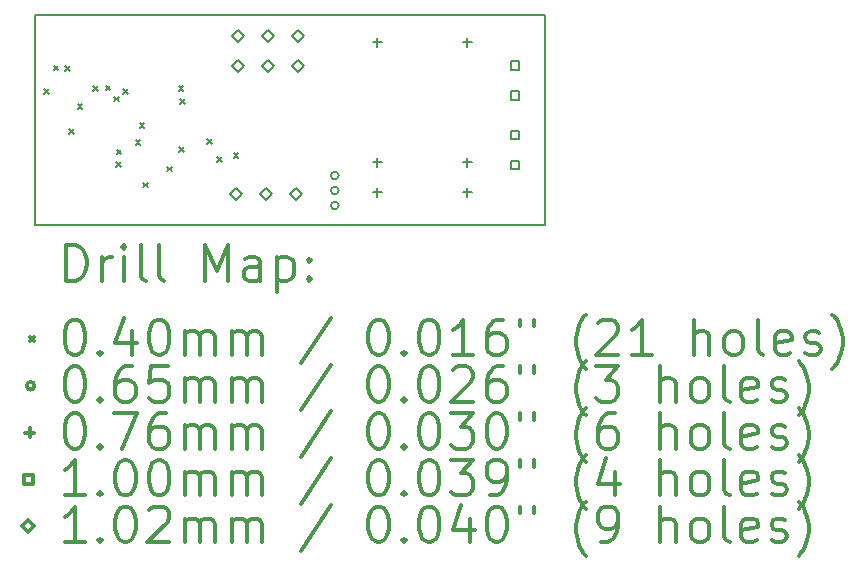
<source format=gbr>
%FSLAX45Y45*%
G04 Gerber Fmt 4.5, Leading zero omitted, Abs format (unit mm)*
G04 Created by KiCad (PCBNEW 4.0.2+dfsg1-stable) date 2017年12月22日 星期五 14时15分11秒*
%MOMM*%
G01*
G04 APERTURE LIST*
%ADD10C,0.127000*%
%ADD11C,0.150000*%
%ADD12C,0.200000*%
%ADD13C,0.300000*%
G04 APERTURE END LIST*
D10*
D11*
X12691110Y-9611360D02*
X12691110Y-11389360D01*
X12691110Y-11389360D02*
X17009110Y-11389360D01*
X17009110Y-11389360D02*
X17009110Y-9611360D01*
X17009110Y-9611360D02*
X12691110Y-9611360D01*
D12*
X12765344Y-10239568D02*
X12805344Y-10279568D01*
X12805344Y-10239568D02*
X12765344Y-10279568D01*
X12846624Y-10041448D02*
X12886624Y-10081448D01*
X12886624Y-10041448D02*
X12846624Y-10081448D01*
X12946192Y-10047544D02*
X12986192Y-10087544D01*
X12986192Y-10047544D02*
X12946192Y-10087544D01*
X12980736Y-10580436D02*
X13020736Y-10620436D01*
X13020736Y-10580436D02*
X12980736Y-10620436D01*
X13050332Y-10368092D02*
X13090332Y-10408092D01*
X13090332Y-10368092D02*
X13050332Y-10408092D01*
X13183936Y-10218232D02*
X13223936Y-10258232D01*
X13223936Y-10218232D02*
X13183936Y-10258232D01*
X13286044Y-10212136D02*
X13326044Y-10252136D01*
X13326044Y-10212136D02*
X13286044Y-10252136D01*
X13359196Y-10303576D02*
X13399196Y-10343576D01*
X13399196Y-10303576D02*
X13359196Y-10343576D01*
X13377484Y-10859836D02*
X13417484Y-10899836D01*
X13417484Y-10859836D02*
X13377484Y-10899836D01*
X13380024Y-10753664D02*
X13420024Y-10793664D01*
X13420024Y-10753664D02*
X13380024Y-10793664D01*
X13433872Y-10241600D02*
X13473872Y-10281600D01*
X13473872Y-10241600D02*
X13433872Y-10281600D01*
X13542076Y-10675432D02*
X13582076Y-10715432D01*
X13582076Y-10675432D02*
X13542076Y-10715432D01*
X13574080Y-10527604D02*
X13614080Y-10567604D01*
X13614080Y-10527604D02*
X13574080Y-10567604D01*
X13606592Y-11033064D02*
X13646592Y-11073064D01*
X13646592Y-11033064D02*
X13606592Y-11073064D01*
X13809792Y-10897936D02*
X13849792Y-10937936D01*
X13849792Y-10897936D02*
X13809792Y-10937936D01*
X13905296Y-10214676D02*
X13945296Y-10254676D01*
X13945296Y-10214676D02*
X13905296Y-10254676D01*
X13911392Y-10729280D02*
X13951392Y-10769280D01*
X13951392Y-10729280D02*
X13911392Y-10769280D01*
X13919520Y-10323388D02*
X13959520Y-10363388D01*
X13959520Y-10323388D02*
X13919520Y-10363388D01*
X14145072Y-10662224D02*
X14185072Y-10702224D01*
X14185072Y-10662224D02*
X14145072Y-10702224D01*
X14230416Y-10816656D02*
X14270416Y-10856656D01*
X14270416Y-10816656D02*
X14230416Y-10856656D01*
X14370624Y-10784652D02*
X14410624Y-10824652D01*
X14410624Y-10784652D02*
X14370624Y-10824652D01*
X15259800Y-10972800D02*
G75*
G03X15259800Y-10972800I-32500J0D01*
G01*
X15259800Y-11099800D02*
G75*
G03X15259800Y-11099800I-32500J0D01*
G01*
X15259800Y-11226800D02*
G75*
G03X15259800Y-11226800I-32500J0D01*
G01*
X15588488Y-9806432D02*
X15588488Y-9882632D01*
X15550388Y-9844532D02*
X15626588Y-9844532D01*
X15588488Y-10822432D02*
X15588488Y-10898632D01*
X15550388Y-10860532D02*
X15626588Y-10860532D01*
X15588488Y-11076432D02*
X15588488Y-11152632D01*
X15550388Y-11114532D02*
X15626588Y-11114532D01*
X16350488Y-9806432D02*
X16350488Y-9882632D01*
X16312388Y-9844532D02*
X16388588Y-9844532D01*
X16350488Y-10822432D02*
X16350488Y-10898632D01*
X16312388Y-10860532D02*
X16388588Y-10860532D01*
X16350488Y-11076432D02*
X16350488Y-11152632D01*
X16312388Y-11114532D02*
X16388588Y-11114532D01*
X16788180Y-10076992D02*
X16788180Y-10006280D01*
X16717468Y-10006280D01*
X16717468Y-10076992D01*
X16788180Y-10076992D01*
X16788180Y-10330992D02*
X16788180Y-10260280D01*
X16717468Y-10260280D01*
X16717468Y-10330992D01*
X16788180Y-10330992D01*
X16788180Y-10663732D02*
X16788180Y-10593020D01*
X16717468Y-10593020D01*
X16717468Y-10663732D01*
X16788180Y-10663732D01*
X16788180Y-10917732D02*
X16788180Y-10847020D01*
X16717468Y-10847020D01*
X16717468Y-10917732D01*
X16788180Y-10917732D01*
X14389100Y-11176000D02*
X14439900Y-11125200D01*
X14389100Y-11074400D01*
X14338300Y-11125200D01*
X14389100Y-11176000D01*
X14406372Y-9842500D02*
X14457172Y-9791700D01*
X14406372Y-9740900D01*
X14355572Y-9791700D01*
X14406372Y-9842500D01*
X14406372Y-10096500D02*
X14457172Y-10045700D01*
X14406372Y-9994900D01*
X14355572Y-10045700D01*
X14406372Y-10096500D01*
X14643100Y-11176000D02*
X14693900Y-11125200D01*
X14643100Y-11074400D01*
X14592300Y-11125200D01*
X14643100Y-11176000D01*
X14660372Y-9842500D02*
X14711172Y-9791700D01*
X14660372Y-9740900D01*
X14609572Y-9791700D01*
X14660372Y-9842500D01*
X14660372Y-10096500D02*
X14711172Y-10045700D01*
X14660372Y-9994900D01*
X14609572Y-10045700D01*
X14660372Y-10096500D01*
X14897100Y-11176000D02*
X14947900Y-11125200D01*
X14897100Y-11074400D01*
X14846300Y-11125200D01*
X14897100Y-11176000D01*
X14914372Y-9842500D02*
X14965172Y-9791700D01*
X14914372Y-9740900D01*
X14863572Y-9791700D01*
X14914372Y-9842500D01*
X14914372Y-10096500D02*
X14965172Y-10045700D01*
X14914372Y-9994900D01*
X14863572Y-10045700D01*
X14914372Y-10096500D01*
D13*
X12955038Y-11862574D02*
X12955038Y-11562574D01*
X13026467Y-11562574D01*
X13069324Y-11576860D01*
X13097896Y-11605431D01*
X13112181Y-11634003D01*
X13126467Y-11691146D01*
X13126467Y-11734003D01*
X13112181Y-11791146D01*
X13097896Y-11819717D01*
X13069324Y-11848289D01*
X13026467Y-11862574D01*
X12955038Y-11862574D01*
X13255038Y-11862574D02*
X13255038Y-11662574D01*
X13255038Y-11719717D02*
X13269324Y-11691146D01*
X13283610Y-11676860D01*
X13312181Y-11662574D01*
X13340753Y-11662574D01*
X13440753Y-11862574D02*
X13440753Y-11662574D01*
X13440753Y-11562574D02*
X13426467Y-11576860D01*
X13440753Y-11591146D01*
X13455038Y-11576860D01*
X13440753Y-11562574D01*
X13440753Y-11591146D01*
X13626467Y-11862574D02*
X13597896Y-11848289D01*
X13583610Y-11819717D01*
X13583610Y-11562574D01*
X13783610Y-11862574D02*
X13755038Y-11848289D01*
X13740753Y-11819717D01*
X13740753Y-11562574D01*
X14126467Y-11862574D02*
X14126467Y-11562574D01*
X14226467Y-11776860D01*
X14326467Y-11562574D01*
X14326467Y-11862574D01*
X14597896Y-11862574D02*
X14597896Y-11705431D01*
X14583610Y-11676860D01*
X14555038Y-11662574D01*
X14497896Y-11662574D01*
X14469324Y-11676860D01*
X14597896Y-11848289D02*
X14569324Y-11862574D01*
X14497896Y-11862574D01*
X14469324Y-11848289D01*
X14455038Y-11819717D01*
X14455038Y-11791146D01*
X14469324Y-11762574D01*
X14497896Y-11748289D01*
X14569324Y-11748289D01*
X14597896Y-11734003D01*
X14740753Y-11662574D02*
X14740753Y-11962574D01*
X14740753Y-11676860D02*
X14769324Y-11662574D01*
X14826467Y-11662574D01*
X14855038Y-11676860D01*
X14869324Y-11691146D01*
X14883610Y-11719717D01*
X14883610Y-11805431D01*
X14869324Y-11834003D01*
X14855038Y-11848289D01*
X14826467Y-11862574D01*
X14769324Y-11862574D01*
X14740753Y-11848289D01*
X15012181Y-11834003D02*
X15026467Y-11848289D01*
X15012181Y-11862574D01*
X14997896Y-11848289D01*
X15012181Y-11834003D01*
X15012181Y-11862574D01*
X15012181Y-11676860D02*
X15026467Y-11691146D01*
X15012181Y-11705431D01*
X14997896Y-11691146D01*
X15012181Y-11676860D01*
X15012181Y-11705431D01*
X12643610Y-12336860D02*
X12683610Y-12376860D01*
X12683610Y-12336860D02*
X12643610Y-12376860D01*
X13012181Y-12192574D02*
X13040753Y-12192574D01*
X13069324Y-12206860D01*
X13083610Y-12221146D01*
X13097896Y-12249717D01*
X13112181Y-12306860D01*
X13112181Y-12378289D01*
X13097896Y-12435431D01*
X13083610Y-12464003D01*
X13069324Y-12478289D01*
X13040753Y-12492574D01*
X13012181Y-12492574D01*
X12983610Y-12478289D01*
X12969324Y-12464003D01*
X12955038Y-12435431D01*
X12940753Y-12378289D01*
X12940753Y-12306860D01*
X12955038Y-12249717D01*
X12969324Y-12221146D01*
X12983610Y-12206860D01*
X13012181Y-12192574D01*
X13240753Y-12464003D02*
X13255038Y-12478289D01*
X13240753Y-12492574D01*
X13226467Y-12478289D01*
X13240753Y-12464003D01*
X13240753Y-12492574D01*
X13512181Y-12292574D02*
X13512181Y-12492574D01*
X13440753Y-12178289D02*
X13369324Y-12392574D01*
X13555038Y-12392574D01*
X13726467Y-12192574D02*
X13755038Y-12192574D01*
X13783610Y-12206860D01*
X13797896Y-12221146D01*
X13812181Y-12249717D01*
X13826467Y-12306860D01*
X13826467Y-12378289D01*
X13812181Y-12435431D01*
X13797896Y-12464003D01*
X13783610Y-12478289D01*
X13755038Y-12492574D01*
X13726467Y-12492574D01*
X13697896Y-12478289D01*
X13683610Y-12464003D01*
X13669324Y-12435431D01*
X13655038Y-12378289D01*
X13655038Y-12306860D01*
X13669324Y-12249717D01*
X13683610Y-12221146D01*
X13697896Y-12206860D01*
X13726467Y-12192574D01*
X13955038Y-12492574D02*
X13955038Y-12292574D01*
X13955038Y-12321146D02*
X13969324Y-12306860D01*
X13997896Y-12292574D01*
X14040753Y-12292574D01*
X14069324Y-12306860D01*
X14083610Y-12335431D01*
X14083610Y-12492574D01*
X14083610Y-12335431D02*
X14097896Y-12306860D01*
X14126467Y-12292574D01*
X14169324Y-12292574D01*
X14197896Y-12306860D01*
X14212181Y-12335431D01*
X14212181Y-12492574D01*
X14355038Y-12492574D02*
X14355038Y-12292574D01*
X14355038Y-12321146D02*
X14369324Y-12306860D01*
X14397896Y-12292574D01*
X14440753Y-12292574D01*
X14469324Y-12306860D01*
X14483610Y-12335431D01*
X14483610Y-12492574D01*
X14483610Y-12335431D02*
X14497896Y-12306860D01*
X14526467Y-12292574D01*
X14569324Y-12292574D01*
X14597896Y-12306860D01*
X14612181Y-12335431D01*
X14612181Y-12492574D01*
X15197896Y-12178289D02*
X14940753Y-12564003D01*
X15583610Y-12192574D02*
X15612181Y-12192574D01*
X15640753Y-12206860D01*
X15655038Y-12221146D01*
X15669324Y-12249717D01*
X15683610Y-12306860D01*
X15683610Y-12378289D01*
X15669324Y-12435431D01*
X15655038Y-12464003D01*
X15640753Y-12478289D01*
X15612181Y-12492574D01*
X15583610Y-12492574D01*
X15555038Y-12478289D01*
X15540753Y-12464003D01*
X15526467Y-12435431D01*
X15512181Y-12378289D01*
X15512181Y-12306860D01*
X15526467Y-12249717D01*
X15540753Y-12221146D01*
X15555038Y-12206860D01*
X15583610Y-12192574D01*
X15812181Y-12464003D02*
X15826467Y-12478289D01*
X15812181Y-12492574D01*
X15797896Y-12478289D01*
X15812181Y-12464003D01*
X15812181Y-12492574D01*
X16012181Y-12192574D02*
X16040753Y-12192574D01*
X16069324Y-12206860D01*
X16083610Y-12221146D01*
X16097895Y-12249717D01*
X16112181Y-12306860D01*
X16112181Y-12378289D01*
X16097895Y-12435431D01*
X16083610Y-12464003D01*
X16069324Y-12478289D01*
X16040753Y-12492574D01*
X16012181Y-12492574D01*
X15983610Y-12478289D01*
X15969324Y-12464003D01*
X15955038Y-12435431D01*
X15940753Y-12378289D01*
X15940753Y-12306860D01*
X15955038Y-12249717D01*
X15969324Y-12221146D01*
X15983610Y-12206860D01*
X16012181Y-12192574D01*
X16397895Y-12492574D02*
X16226467Y-12492574D01*
X16312181Y-12492574D02*
X16312181Y-12192574D01*
X16283610Y-12235431D01*
X16255038Y-12264003D01*
X16226467Y-12278289D01*
X16655038Y-12192574D02*
X16597895Y-12192574D01*
X16569324Y-12206860D01*
X16555038Y-12221146D01*
X16526467Y-12264003D01*
X16512181Y-12321146D01*
X16512181Y-12435431D01*
X16526467Y-12464003D01*
X16540753Y-12478289D01*
X16569324Y-12492574D01*
X16626467Y-12492574D01*
X16655038Y-12478289D01*
X16669324Y-12464003D01*
X16683610Y-12435431D01*
X16683610Y-12364003D01*
X16669324Y-12335431D01*
X16655038Y-12321146D01*
X16626467Y-12306860D01*
X16569324Y-12306860D01*
X16540753Y-12321146D01*
X16526467Y-12335431D01*
X16512181Y-12364003D01*
X16797896Y-12192574D02*
X16797896Y-12249717D01*
X16912181Y-12192574D02*
X16912181Y-12249717D01*
X17355038Y-12606860D02*
X17340753Y-12592574D01*
X17312181Y-12549717D01*
X17297896Y-12521146D01*
X17283610Y-12478289D01*
X17269324Y-12406860D01*
X17269324Y-12349717D01*
X17283610Y-12278289D01*
X17297896Y-12235431D01*
X17312181Y-12206860D01*
X17340753Y-12164003D01*
X17355038Y-12149717D01*
X17455038Y-12221146D02*
X17469324Y-12206860D01*
X17497896Y-12192574D01*
X17569324Y-12192574D01*
X17597896Y-12206860D01*
X17612181Y-12221146D01*
X17626467Y-12249717D01*
X17626467Y-12278289D01*
X17612181Y-12321146D01*
X17440753Y-12492574D01*
X17626467Y-12492574D01*
X17912181Y-12492574D02*
X17740753Y-12492574D01*
X17826467Y-12492574D02*
X17826467Y-12192574D01*
X17797896Y-12235431D01*
X17769324Y-12264003D01*
X17740753Y-12278289D01*
X18269324Y-12492574D02*
X18269324Y-12192574D01*
X18397896Y-12492574D02*
X18397896Y-12335431D01*
X18383610Y-12306860D01*
X18355038Y-12292574D01*
X18312181Y-12292574D01*
X18283610Y-12306860D01*
X18269324Y-12321146D01*
X18583610Y-12492574D02*
X18555038Y-12478289D01*
X18540753Y-12464003D01*
X18526467Y-12435431D01*
X18526467Y-12349717D01*
X18540753Y-12321146D01*
X18555038Y-12306860D01*
X18583610Y-12292574D01*
X18626467Y-12292574D01*
X18655038Y-12306860D01*
X18669324Y-12321146D01*
X18683610Y-12349717D01*
X18683610Y-12435431D01*
X18669324Y-12464003D01*
X18655038Y-12478289D01*
X18626467Y-12492574D01*
X18583610Y-12492574D01*
X18855038Y-12492574D02*
X18826467Y-12478289D01*
X18812181Y-12449717D01*
X18812181Y-12192574D01*
X19083610Y-12478289D02*
X19055039Y-12492574D01*
X18997896Y-12492574D01*
X18969324Y-12478289D01*
X18955039Y-12449717D01*
X18955039Y-12335431D01*
X18969324Y-12306860D01*
X18997896Y-12292574D01*
X19055039Y-12292574D01*
X19083610Y-12306860D01*
X19097896Y-12335431D01*
X19097896Y-12364003D01*
X18955039Y-12392574D01*
X19212181Y-12478289D02*
X19240753Y-12492574D01*
X19297896Y-12492574D01*
X19326467Y-12478289D01*
X19340753Y-12449717D01*
X19340753Y-12435431D01*
X19326467Y-12406860D01*
X19297896Y-12392574D01*
X19255039Y-12392574D01*
X19226467Y-12378289D01*
X19212181Y-12349717D01*
X19212181Y-12335431D01*
X19226467Y-12306860D01*
X19255039Y-12292574D01*
X19297896Y-12292574D01*
X19326467Y-12306860D01*
X19440753Y-12606860D02*
X19455039Y-12592574D01*
X19483610Y-12549717D01*
X19497896Y-12521146D01*
X19512181Y-12478289D01*
X19526467Y-12406860D01*
X19526467Y-12349717D01*
X19512181Y-12278289D01*
X19497896Y-12235431D01*
X19483610Y-12206860D01*
X19455039Y-12164003D01*
X19440753Y-12149717D01*
X12683610Y-12752860D02*
G75*
G03X12683610Y-12752860I-32500J0D01*
G01*
X13012181Y-12588574D02*
X13040753Y-12588574D01*
X13069324Y-12602860D01*
X13083610Y-12617146D01*
X13097896Y-12645717D01*
X13112181Y-12702860D01*
X13112181Y-12774289D01*
X13097896Y-12831431D01*
X13083610Y-12860003D01*
X13069324Y-12874289D01*
X13040753Y-12888574D01*
X13012181Y-12888574D01*
X12983610Y-12874289D01*
X12969324Y-12860003D01*
X12955038Y-12831431D01*
X12940753Y-12774289D01*
X12940753Y-12702860D01*
X12955038Y-12645717D01*
X12969324Y-12617146D01*
X12983610Y-12602860D01*
X13012181Y-12588574D01*
X13240753Y-12860003D02*
X13255038Y-12874289D01*
X13240753Y-12888574D01*
X13226467Y-12874289D01*
X13240753Y-12860003D01*
X13240753Y-12888574D01*
X13512181Y-12588574D02*
X13455038Y-12588574D01*
X13426467Y-12602860D01*
X13412181Y-12617146D01*
X13383610Y-12660003D01*
X13369324Y-12717146D01*
X13369324Y-12831431D01*
X13383610Y-12860003D01*
X13397896Y-12874289D01*
X13426467Y-12888574D01*
X13483610Y-12888574D01*
X13512181Y-12874289D01*
X13526467Y-12860003D01*
X13540753Y-12831431D01*
X13540753Y-12760003D01*
X13526467Y-12731431D01*
X13512181Y-12717146D01*
X13483610Y-12702860D01*
X13426467Y-12702860D01*
X13397896Y-12717146D01*
X13383610Y-12731431D01*
X13369324Y-12760003D01*
X13812181Y-12588574D02*
X13669324Y-12588574D01*
X13655038Y-12731431D01*
X13669324Y-12717146D01*
X13697896Y-12702860D01*
X13769324Y-12702860D01*
X13797896Y-12717146D01*
X13812181Y-12731431D01*
X13826467Y-12760003D01*
X13826467Y-12831431D01*
X13812181Y-12860003D01*
X13797896Y-12874289D01*
X13769324Y-12888574D01*
X13697896Y-12888574D01*
X13669324Y-12874289D01*
X13655038Y-12860003D01*
X13955038Y-12888574D02*
X13955038Y-12688574D01*
X13955038Y-12717146D02*
X13969324Y-12702860D01*
X13997896Y-12688574D01*
X14040753Y-12688574D01*
X14069324Y-12702860D01*
X14083610Y-12731431D01*
X14083610Y-12888574D01*
X14083610Y-12731431D02*
X14097896Y-12702860D01*
X14126467Y-12688574D01*
X14169324Y-12688574D01*
X14197896Y-12702860D01*
X14212181Y-12731431D01*
X14212181Y-12888574D01*
X14355038Y-12888574D02*
X14355038Y-12688574D01*
X14355038Y-12717146D02*
X14369324Y-12702860D01*
X14397896Y-12688574D01*
X14440753Y-12688574D01*
X14469324Y-12702860D01*
X14483610Y-12731431D01*
X14483610Y-12888574D01*
X14483610Y-12731431D02*
X14497896Y-12702860D01*
X14526467Y-12688574D01*
X14569324Y-12688574D01*
X14597896Y-12702860D01*
X14612181Y-12731431D01*
X14612181Y-12888574D01*
X15197896Y-12574289D02*
X14940753Y-12960003D01*
X15583610Y-12588574D02*
X15612181Y-12588574D01*
X15640753Y-12602860D01*
X15655038Y-12617146D01*
X15669324Y-12645717D01*
X15683610Y-12702860D01*
X15683610Y-12774289D01*
X15669324Y-12831431D01*
X15655038Y-12860003D01*
X15640753Y-12874289D01*
X15612181Y-12888574D01*
X15583610Y-12888574D01*
X15555038Y-12874289D01*
X15540753Y-12860003D01*
X15526467Y-12831431D01*
X15512181Y-12774289D01*
X15512181Y-12702860D01*
X15526467Y-12645717D01*
X15540753Y-12617146D01*
X15555038Y-12602860D01*
X15583610Y-12588574D01*
X15812181Y-12860003D02*
X15826467Y-12874289D01*
X15812181Y-12888574D01*
X15797896Y-12874289D01*
X15812181Y-12860003D01*
X15812181Y-12888574D01*
X16012181Y-12588574D02*
X16040753Y-12588574D01*
X16069324Y-12602860D01*
X16083610Y-12617146D01*
X16097895Y-12645717D01*
X16112181Y-12702860D01*
X16112181Y-12774289D01*
X16097895Y-12831431D01*
X16083610Y-12860003D01*
X16069324Y-12874289D01*
X16040753Y-12888574D01*
X16012181Y-12888574D01*
X15983610Y-12874289D01*
X15969324Y-12860003D01*
X15955038Y-12831431D01*
X15940753Y-12774289D01*
X15940753Y-12702860D01*
X15955038Y-12645717D01*
X15969324Y-12617146D01*
X15983610Y-12602860D01*
X16012181Y-12588574D01*
X16226467Y-12617146D02*
X16240753Y-12602860D01*
X16269324Y-12588574D01*
X16340753Y-12588574D01*
X16369324Y-12602860D01*
X16383610Y-12617146D01*
X16397895Y-12645717D01*
X16397895Y-12674289D01*
X16383610Y-12717146D01*
X16212181Y-12888574D01*
X16397895Y-12888574D01*
X16655038Y-12588574D02*
X16597895Y-12588574D01*
X16569324Y-12602860D01*
X16555038Y-12617146D01*
X16526467Y-12660003D01*
X16512181Y-12717146D01*
X16512181Y-12831431D01*
X16526467Y-12860003D01*
X16540753Y-12874289D01*
X16569324Y-12888574D01*
X16626467Y-12888574D01*
X16655038Y-12874289D01*
X16669324Y-12860003D01*
X16683610Y-12831431D01*
X16683610Y-12760003D01*
X16669324Y-12731431D01*
X16655038Y-12717146D01*
X16626467Y-12702860D01*
X16569324Y-12702860D01*
X16540753Y-12717146D01*
X16526467Y-12731431D01*
X16512181Y-12760003D01*
X16797896Y-12588574D02*
X16797896Y-12645717D01*
X16912181Y-12588574D02*
X16912181Y-12645717D01*
X17355038Y-13002860D02*
X17340753Y-12988574D01*
X17312181Y-12945717D01*
X17297896Y-12917146D01*
X17283610Y-12874289D01*
X17269324Y-12802860D01*
X17269324Y-12745717D01*
X17283610Y-12674289D01*
X17297896Y-12631431D01*
X17312181Y-12602860D01*
X17340753Y-12560003D01*
X17355038Y-12545717D01*
X17440753Y-12588574D02*
X17626467Y-12588574D01*
X17526467Y-12702860D01*
X17569324Y-12702860D01*
X17597896Y-12717146D01*
X17612181Y-12731431D01*
X17626467Y-12760003D01*
X17626467Y-12831431D01*
X17612181Y-12860003D01*
X17597896Y-12874289D01*
X17569324Y-12888574D01*
X17483610Y-12888574D01*
X17455038Y-12874289D01*
X17440753Y-12860003D01*
X17983610Y-12888574D02*
X17983610Y-12588574D01*
X18112181Y-12888574D02*
X18112181Y-12731431D01*
X18097896Y-12702860D01*
X18069324Y-12688574D01*
X18026467Y-12688574D01*
X17997896Y-12702860D01*
X17983610Y-12717146D01*
X18297896Y-12888574D02*
X18269324Y-12874289D01*
X18255038Y-12860003D01*
X18240753Y-12831431D01*
X18240753Y-12745717D01*
X18255038Y-12717146D01*
X18269324Y-12702860D01*
X18297896Y-12688574D01*
X18340753Y-12688574D01*
X18369324Y-12702860D01*
X18383610Y-12717146D01*
X18397896Y-12745717D01*
X18397896Y-12831431D01*
X18383610Y-12860003D01*
X18369324Y-12874289D01*
X18340753Y-12888574D01*
X18297896Y-12888574D01*
X18569324Y-12888574D02*
X18540753Y-12874289D01*
X18526467Y-12845717D01*
X18526467Y-12588574D01*
X18797896Y-12874289D02*
X18769324Y-12888574D01*
X18712181Y-12888574D01*
X18683610Y-12874289D01*
X18669324Y-12845717D01*
X18669324Y-12731431D01*
X18683610Y-12702860D01*
X18712181Y-12688574D01*
X18769324Y-12688574D01*
X18797896Y-12702860D01*
X18812181Y-12731431D01*
X18812181Y-12760003D01*
X18669324Y-12788574D01*
X18926467Y-12874289D02*
X18955039Y-12888574D01*
X19012181Y-12888574D01*
X19040753Y-12874289D01*
X19055039Y-12845717D01*
X19055039Y-12831431D01*
X19040753Y-12802860D01*
X19012181Y-12788574D01*
X18969324Y-12788574D01*
X18940753Y-12774289D01*
X18926467Y-12745717D01*
X18926467Y-12731431D01*
X18940753Y-12702860D01*
X18969324Y-12688574D01*
X19012181Y-12688574D01*
X19040753Y-12702860D01*
X19155038Y-13002860D02*
X19169324Y-12988574D01*
X19197896Y-12945717D01*
X19212181Y-12917146D01*
X19226467Y-12874289D01*
X19240753Y-12802860D01*
X19240753Y-12745717D01*
X19226467Y-12674289D01*
X19212181Y-12631431D01*
X19197896Y-12602860D01*
X19169324Y-12560003D01*
X19155038Y-12545717D01*
X12645510Y-13110760D02*
X12645510Y-13186960D01*
X12607410Y-13148860D02*
X12683610Y-13148860D01*
X13012181Y-12984574D02*
X13040753Y-12984574D01*
X13069324Y-12998860D01*
X13083610Y-13013146D01*
X13097896Y-13041717D01*
X13112181Y-13098860D01*
X13112181Y-13170289D01*
X13097896Y-13227431D01*
X13083610Y-13256003D01*
X13069324Y-13270289D01*
X13040753Y-13284574D01*
X13012181Y-13284574D01*
X12983610Y-13270289D01*
X12969324Y-13256003D01*
X12955038Y-13227431D01*
X12940753Y-13170289D01*
X12940753Y-13098860D01*
X12955038Y-13041717D01*
X12969324Y-13013146D01*
X12983610Y-12998860D01*
X13012181Y-12984574D01*
X13240753Y-13256003D02*
X13255038Y-13270289D01*
X13240753Y-13284574D01*
X13226467Y-13270289D01*
X13240753Y-13256003D01*
X13240753Y-13284574D01*
X13355038Y-12984574D02*
X13555038Y-12984574D01*
X13426467Y-13284574D01*
X13797896Y-12984574D02*
X13740753Y-12984574D01*
X13712181Y-12998860D01*
X13697896Y-13013146D01*
X13669324Y-13056003D01*
X13655038Y-13113146D01*
X13655038Y-13227431D01*
X13669324Y-13256003D01*
X13683610Y-13270289D01*
X13712181Y-13284574D01*
X13769324Y-13284574D01*
X13797896Y-13270289D01*
X13812181Y-13256003D01*
X13826467Y-13227431D01*
X13826467Y-13156003D01*
X13812181Y-13127431D01*
X13797896Y-13113146D01*
X13769324Y-13098860D01*
X13712181Y-13098860D01*
X13683610Y-13113146D01*
X13669324Y-13127431D01*
X13655038Y-13156003D01*
X13955038Y-13284574D02*
X13955038Y-13084574D01*
X13955038Y-13113146D02*
X13969324Y-13098860D01*
X13997896Y-13084574D01*
X14040753Y-13084574D01*
X14069324Y-13098860D01*
X14083610Y-13127431D01*
X14083610Y-13284574D01*
X14083610Y-13127431D02*
X14097896Y-13098860D01*
X14126467Y-13084574D01*
X14169324Y-13084574D01*
X14197896Y-13098860D01*
X14212181Y-13127431D01*
X14212181Y-13284574D01*
X14355038Y-13284574D02*
X14355038Y-13084574D01*
X14355038Y-13113146D02*
X14369324Y-13098860D01*
X14397896Y-13084574D01*
X14440753Y-13084574D01*
X14469324Y-13098860D01*
X14483610Y-13127431D01*
X14483610Y-13284574D01*
X14483610Y-13127431D02*
X14497896Y-13098860D01*
X14526467Y-13084574D01*
X14569324Y-13084574D01*
X14597896Y-13098860D01*
X14612181Y-13127431D01*
X14612181Y-13284574D01*
X15197896Y-12970289D02*
X14940753Y-13356003D01*
X15583610Y-12984574D02*
X15612181Y-12984574D01*
X15640753Y-12998860D01*
X15655038Y-13013146D01*
X15669324Y-13041717D01*
X15683610Y-13098860D01*
X15683610Y-13170289D01*
X15669324Y-13227431D01*
X15655038Y-13256003D01*
X15640753Y-13270289D01*
X15612181Y-13284574D01*
X15583610Y-13284574D01*
X15555038Y-13270289D01*
X15540753Y-13256003D01*
X15526467Y-13227431D01*
X15512181Y-13170289D01*
X15512181Y-13098860D01*
X15526467Y-13041717D01*
X15540753Y-13013146D01*
X15555038Y-12998860D01*
X15583610Y-12984574D01*
X15812181Y-13256003D02*
X15826467Y-13270289D01*
X15812181Y-13284574D01*
X15797896Y-13270289D01*
X15812181Y-13256003D01*
X15812181Y-13284574D01*
X16012181Y-12984574D02*
X16040753Y-12984574D01*
X16069324Y-12998860D01*
X16083610Y-13013146D01*
X16097895Y-13041717D01*
X16112181Y-13098860D01*
X16112181Y-13170289D01*
X16097895Y-13227431D01*
X16083610Y-13256003D01*
X16069324Y-13270289D01*
X16040753Y-13284574D01*
X16012181Y-13284574D01*
X15983610Y-13270289D01*
X15969324Y-13256003D01*
X15955038Y-13227431D01*
X15940753Y-13170289D01*
X15940753Y-13098860D01*
X15955038Y-13041717D01*
X15969324Y-13013146D01*
X15983610Y-12998860D01*
X16012181Y-12984574D01*
X16212181Y-12984574D02*
X16397895Y-12984574D01*
X16297895Y-13098860D01*
X16340753Y-13098860D01*
X16369324Y-13113146D01*
X16383610Y-13127431D01*
X16397895Y-13156003D01*
X16397895Y-13227431D01*
X16383610Y-13256003D01*
X16369324Y-13270289D01*
X16340753Y-13284574D01*
X16255038Y-13284574D01*
X16226467Y-13270289D01*
X16212181Y-13256003D01*
X16583610Y-12984574D02*
X16612181Y-12984574D01*
X16640753Y-12998860D01*
X16655038Y-13013146D01*
X16669324Y-13041717D01*
X16683610Y-13098860D01*
X16683610Y-13170289D01*
X16669324Y-13227431D01*
X16655038Y-13256003D01*
X16640753Y-13270289D01*
X16612181Y-13284574D01*
X16583610Y-13284574D01*
X16555038Y-13270289D01*
X16540753Y-13256003D01*
X16526467Y-13227431D01*
X16512181Y-13170289D01*
X16512181Y-13098860D01*
X16526467Y-13041717D01*
X16540753Y-13013146D01*
X16555038Y-12998860D01*
X16583610Y-12984574D01*
X16797896Y-12984574D02*
X16797896Y-13041717D01*
X16912181Y-12984574D02*
X16912181Y-13041717D01*
X17355038Y-13398860D02*
X17340753Y-13384574D01*
X17312181Y-13341717D01*
X17297896Y-13313146D01*
X17283610Y-13270289D01*
X17269324Y-13198860D01*
X17269324Y-13141717D01*
X17283610Y-13070289D01*
X17297896Y-13027431D01*
X17312181Y-12998860D01*
X17340753Y-12956003D01*
X17355038Y-12941717D01*
X17597896Y-12984574D02*
X17540753Y-12984574D01*
X17512181Y-12998860D01*
X17497896Y-13013146D01*
X17469324Y-13056003D01*
X17455038Y-13113146D01*
X17455038Y-13227431D01*
X17469324Y-13256003D01*
X17483610Y-13270289D01*
X17512181Y-13284574D01*
X17569324Y-13284574D01*
X17597896Y-13270289D01*
X17612181Y-13256003D01*
X17626467Y-13227431D01*
X17626467Y-13156003D01*
X17612181Y-13127431D01*
X17597896Y-13113146D01*
X17569324Y-13098860D01*
X17512181Y-13098860D01*
X17483610Y-13113146D01*
X17469324Y-13127431D01*
X17455038Y-13156003D01*
X17983610Y-13284574D02*
X17983610Y-12984574D01*
X18112181Y-13284574D02*
X18112181Y-13127431D01*
X18097896Y-13098860D01*
X18069324Y-13084574D01*
X18026467Y-13084574D01*
X17997896Y-13098860D01*
X17983610Y-13113146D01*
X18297896Y-13284574D02*
X18269324Y-13270289D01*
X18255038Y-13256003D01*
X18240753Y-13227431D01*
X18240753Y-13141717D01*
X18255038Y-13113146D01*
X18269324Y-13098860D01*
X18297896Y-13084574D01*
X18340753Y-13084574D01*
X18369324Y-13098860D01*
X18383610Y-13113146D01*
X18397896Y-13141717D01*
X18397896Y-13227431D01*
X18383610Y-13256003D01*
X18369324Y-13270289D01*
X18340753Y-13284574D01*
X18297896Y-13284574D01*
X18569324Y-13284574D02*
X18540753Y-13270289D01*
X18526467Y-13241717D01*
X18526467Y-12984574D01*
X18797896Y-13270289D02*
X18769324Y-13284574D01*
X18712181Y-13284574D01*
X18683610Y-13270289D01*
X18669324Y-13241717D01*
X18669324Y-13127431D01*
X18683610Y-13098860D01*
X18712181Y-13084574D01*
X18769324Y-13084574D01*
X18797896Y-13098860D01*
X18812181Y-13127431D01*
X18812181Y-13156003D01*
X18669324Y-13184574D01*
X18926467Y-13270289D02*
X18955039Y-13284574D01*
X19012181Y-13284574D01*
X19040753Y-13270289D01*
X19055039Y-13241717D01*
X19055039Y-13227431D01*
X19040753Y-13198860D01*
X19012181Y-13184574D01*
X18969324Y-13184574D01*
X18940753Y-13170289D01*
X18926467Y-13141717D01*
X18926467Y-13127431D01*
X18940753Y-13098860D01*
X18969324Y-13084574D01*
X19012181Y-13084574D01*
X19040753Y-13098860D01*
X19155038Y-13398860D02*
X19169324Y-13384574D01*
X19197896Y-13341717D01*
X19212181Y-13313146D01*
X19226467Y-13270289D01*
X19240753Y-13198860D01*
X19240753Y-13141717D01*
X19226467Y-13070289D01*
X19212181Y-13027431D01*
X19197896Y-12998860D01*
X19169324Y-12956003D01*
X19155038Y-12941717D01*
X12668966Y-13580216D02*
X12668966Y-13509504D01*
X12598254Y-13509504D01*
X12598254Y-13580216D01*
X12668966Y-13580216D01*
X13112181Y-13680574D02*
X12940753Y-13680574D01*
X13026467Y-13680574D02*
X13026467Y-13380574D01*
X12997896Y-13423431D01*
X12969324Y-13452003D01*
X12940753Y-13466289D01*
X13240753Y-13652003D02*
X13255038Y-13666289D01*
X13240753Y-13680574D01*
X13226467Y-13666289D01*
X13240753Y-13652003D01*
X13240753Y-13680574D01*
X13440753Y-13380574D02*
X13469324Y-13380574D01*
X13497896Y-13394860D01*
X13512181Y-13409146D01*
X13526467Y-13437717D01*
X13540753Y-13494860D01*
X13540753Y-13566289D01*
X13526467Y-13623431D01*
X13512181Y-13652003D01*
X13497896Y-13666289D01*
X13469324Y-13680574D01*
X13440753Y-13680574D01*
X13412181Y-13666289D01*
X13397896Y-13652003D01*
X13383610Y-13623431D01*
X13369324Y-13566289D01*
X13369324Y-13494860D01*
X13383610Y-13437717D01*
X13397896Y-13409146D01*
X13412181Y-13394860D01*
X13440753Y-13380574D01*
X13726467Y-13380574D02*
X13755038Y-13380574D01*
X13783610Y-13394860D01*
X13797896Y-13409146D01*
X13812181Y-13437717D01*
X13826467Y-13494860D01*
X13826467Y-13566289D01*
X13812181Y-13623431D01*
X13797896Y-13652003D01*
X13783610Y-13666289D01*
X13755038Y-13680574D01*
X13726467Y-13680574D01*
X13697896Y-13666289D01*
X13683610Y-13652003D01*
X13669324Y-13623431D01*
X13655038Y-13566289D01*
X13655038Y-13494860D01*
X13669324Y-13437717D01*
X13683610Y-13409146D01*
X13697896Y-13394860D01*
X13726467Y-13380574D01*
X13955038Y-13680574D02*
X13955038Y-13480574D01*
X13955038Y-13509146D02*
X13969324Y-13494860D01*
X13997896Y-13480574D01*
X14040753Y-13480574D01*
X14069324Y-13494860D01*
X14083610Y-13523431D01*
X14083610Y-13680574D01*
X14083610Y-13523431D02*
X14097896Y-13494860D01*
X14126467Y-13480574D01*
X14169324Y-13480574D01*
X14197896Y-13494860D01*
X14212181Y-13523431D01*
X14212181Y-13680574D01*
X14355038Y-13680574D02*
X14355038Y-13480574D01*
X14355038Y-13509146D02*
X14369324Y-13494860D01*
X14397896Y-13480574D01*
X14440753Y-13480574D01*
X14469324Y-13494860D01*
X14483610Y-13523431D01*
X14483610Y-13680574D01*
X14483610Y-13523431D02*
X14497896Y-13494860D01*
X14526467Y-13480574D01*
X14569324Y-13480574D01*
X14597896Y-13494860D01*
X14612181Y-13523431D01*
X14612181Y-13680574D01*
X15197896Y-13366289D02*
X14940753Y-13752003D01*
X15583610Y-13380574D02*
X15612181Y-13380574D01*
X15640753Y-13394860D01*
X15655038Y-13409146D01*
X15669324Y-13437717D01*
X15683610Y-13494860D01*
X15683610Y-13566289D01*
X15669324Y-13623431D01*
X15655038Y-13652003D01*
X15640753Y-13666289D01*
X15612181Y-13680574D01*
X15583610Y-13680574D01*
X15555038Y-13666289D01*
X15540753Y-13652003D01*
X15526467Y-13623431D01*
X15512181Y-13566289D01*
X15512181Y-13494860D01*
X15526467Y-13437717D01*
X15540753Y-13409146D01*
X15555038Y-13394860D01*
X15583610Y-13380574D01*
X15812181Y-13652003D02*
X15826467Y-13666289D01*
X15812181Y-13680574D01*
X15797896Y-13666289D01*
X15812181Y-13652003D01*
X15812181Y-13680574D01*
X16012181Y-13380574D02*
X16040753Y-13380574D01*
X16069324Y-13394860D01*
X16083610Y-13409146D01*
X16097895Y-13437717D01*
X16112181Y-13494860D01*
X16112181Y-13566289D01*
X16097895Y-13623431D01*
X16083610Y-13652003D01*
X16069324Y-13666289D01*
X16040753Y-13680574D01*
X16012181Y-13680574D01*
X15983610Y-13666289D01*
X15969324Y-13652003D01*
X15955038Y-13623431D01*
X15940753Y-13566289D01*
X15940753Y-13494860D01*
X15955038Y-13437717D01*
X15969324Y-13409146D01*
X15983610Y-13394860D01*
X16012181Y-13380574D01*
X16212181Y-13380574D02*
X16397895Y-13380574D01*
X16297895Y-13494860D01*
X16340753Y-13494860D01*
X16369324Y-13509146D01*
X16383610Y-13523431D01*
X16397895Y-13552003D01*
X16397895Y-13623431D01*
X16383610Y-13652003D01*
X16369324Y-13666289D01*
X16340753Y-13680574D01*
X16255038Y-13680574D01*
X16226467Y-13666289D01*
X16212181Y-13652003D01*
X16540753Y-13680574D02*
X16597895Y-13680574D01*
X16626467Y-13666289D01*
X16640753Y-13652003D01*
X16669324Y-13609146D01*
X16683610Y-13552003D01*
X16683610Y-13437717D01*
X16669324Y-13409146D01*
X16655038Y-13394860D01*
X16626467Y-13380574D01*
X16569324Y-13380574D01*
X16540753Y-13394860D01*
X16526467Y-13409146D01*
X16512181Y-13437717D01*
X16512181Y-13509146D01*
X16526467Y-13537717D01*
X16540753Y-13552003D01*
X16569324Y-13566289D01*
X16626467Y-13566289D01*
X16655038Y-13552003D01*
X16669324Y-13537717D01*
X16683610Y-13509146D01*
X16797896Y-13380574D02*
X16797896Y-13437717D01*
X16912181Y-13380574D02*
X16912181Y-13437717D01*
X17355038Y-13794860D02*
X17340753Y-13780574D01*
X17312181Y-13737717D01*
X17297896Y-13709146D01*
X17283610Y-13666289D01*
X17269324Y-13594860D01*
X17269324Y-13537717D01*
X17283610Y-13466289D01*
X17297896Y-13423431D01*
X17312181Y-13394860D01*
X17340753Y-13352003D01*
X17355038Y-13337717D01*
X17597896Y-13480574D02*
X17597896Y-13680574D01*
X17526467Y-13366289D02*
X17455038Y-13580574D01*
X17640753Y-13580574D01*
X17983610Y-13680574D02*
X17983610Y-13380574D01*
X18112181Y-13680574D02*
X18112181Y-13523431D01*
X18097896Y-13494860D01*
X18069324Y-13480574D01*
X18026467Y-13480574D01*
X17997896Y-13494860D01*
X17983610Y-13509146D01*
X18297896Y-13680574D02*
X18269324Y-13666289D01*
X18255038Y-13652003D01*
X18240753Y-13623431D01*
X18240753Y-13537717D01*
X18255038Y-13509146D01*
X18269324Y-13494860D01*
X18297896Y-13480574D01*
X18340753Y-13480574D01*
X18369324Y-13494860D01*
X18383610Y-13509146D01*
X18397896Y-13537717D01*
X18397896Y-13623431D01*
X18383610Y-13652003D01*
X18369324Y-13666289D01*
X18340753Y-13680574D01*
X18297896Y-13680574D01*
X18569324Y-13680574D02*
X18540753Y-13666289D01*
X18526467Y-13637717D01*
X18526467Y-13380574D01*
X18797896Y-13666289D02*
X18769324Y-13680574D01*
X18712181Y-13680574D01*
X18683610Y-13666289D01*
X18669324Y-13637717D01*
X18669324Y-13523431D01*
X18683610Y-13494860D01*
X18712181Y-13480574D01*
X18769324Y-13480574D01*
X18797896Y-13494860D01*
X18812181Y-13523431D01*
X18812181Y-13552003D01*
X18669324Y-13580574D01*
X18926467Y-13666289D02*
X18955039Y-13680574D01*
X19012181Y-13680574D01*
X19040753Y-13666289D01*
X19055039Y-13637717D01*
X19055039Y-13623431D01*
X19040753Y-13594860D01*
X19012181Y-13580574D01*
X18969324Y-13580574D01*
X18940753Y-13566289D01*
X18926467Y-13537717D01*
X18926467Y-13523431D01*
X18940753Y-13494860D01*
X18969324Y-13480574D01*
X19012181Y-13480574D01*
X19040753Y-13494860D01*
X19155038Y-13794860D02*
X19169324Y-13780574D01*
X19197896Y-13737717D01*
X19212181Y-13709146D01*
X19226467Y-13666289D01*
X19240753Y-13594860D01*
X19240753Y-13537717D01*
X19226467Y-13466289D01*
X19212181Y-13423431D01*
X19197896Y-13394860D01*
X19169324Y-13352003D01*
X19155038Y-13337717D01*
X12632810Y-13991660D02*
X12683610Y-13940860D01*
X12632810Y-13890060D01*
X12582010Y-13940860D01*
X12632810Y-13991660D01*
X13112181Y-14076574D02*
X12940753Y-14076574D01*
X13026467Y-14076574D02*
X13026467Y-13776574D01*
X12997896Y-13819431D01*
X12969324Y-13848003D01*
X12940753Y-13862289D01*
X13240753Y-14048003D02*
X13255038Y-14062289D01*
X13240753Y-14076574D01*
X13226467Y-14062289D01*
X13240753Y-14048003D01*
X13240753Y-14076574D01*
X13440753Y-13776574D02*
X13469324Y-13776574D01*
X13497896Y-13790860D01*
X13512181Y-13805146D01*
X13526467Y-13833717D01*
X13540753Y-13890860D01*
X13540753Y-13962289D01*
X13526467Y-14019431D01*
X13512181Y-14048003D01*
X13497896Y-14062289D01*
X13469324Y-14076574D01*
X13440753Y-14076574D01*
X13412181Y-14062289D01*
X13397896Y-14048003D01*
X13383610Y-14019431D01*
X13369324Y-13962289D01*
X13369324Y-13890860D01*
X13383610Y-13833717D01*
X13397896Y-13805146D01*
X13412181Y-13790860D01*
X13440753Y-13776574D01*
X13655038Y-13805146D02*
X13669324Y-13790860D01*
X13697896Y-13776574D01*
X13769324Y-13776574D01*
X13797896Y-13790860D01*
X13812181Y-13805146D01*
X13826467Y-13833717D01*
X13826467Y-13862289D01*
X13812181Y-13905146D01*
X13640753Y-14076574D01*
X13826467Y-14076574D01*
X13955038Y-14076574D02*
X13955038Y-13876574D01*
X13955038Y-13905146D02*
X13969324Y-13890860D01*
X13997896Y-13876574D01*
X14040753Y-13876574D01*
X14069324Y-13890860D01*
X14083610Y-13919431D01*
X14083610Y-14076574D01*
X14083610Y-13919431D02*
X14097896Y-13890860D01*
X14126467Y-13876574D01*
X14169324Y-13876574D01*
X14197896Y-13890860D01*
X14212181Y-13919431D01*
X14212181Y-14076574D01*
X14355038Y-14076574D02*
X14355038Y-13876574D01*
X14355038Y-13905146D02*
X14369324Y-13890860D01*
X14397896Y-13876574D01*
X14440753Y-13876574D01*
X14469324Y-13890860D01*
X14483610Y-13919431D01*
X14483610Y-14076574D01*
X14483610Y-13919431D02*
X14497896Y-13890860D01*
X14526467Y-13876574D01*
X14569324Y-13876574D01*
X14597896Y-13890860D01*
X14612181Y-13919431D01*
X14612181Y-14076574D01*
X15197896Y-13762289D02*
X14940753Y-14148003D01*
X15583610Y-13776574D02*
X15612181Y-13776574D01*
X15640753Y-13790860D01*
X15655038Y-13805146D01*
X15669324Y-13833717D01*
X15683610Y-13890860D01*
X15683610Y-13962289D01*
X15669324Y-14019431D01*
X15655038Y-14048003D01*
X15640753Y-14062289D01*
X15612181Y-14076574D01*
X15583610Y-14076574D01*
X15555038Y-14062289D01*
X15540753Y-14048003D01*
X15526467Y-14019431D01*
X15512181Y-13962289D01*
X15512181Y-13890860D01*
X15526467Y-13833717D01*
X15540753Y-13805146D01*
X15555038Y-13790860D01*
X15583610Y-13776574D01*
X15812181Y-14048003D02*
X15826467Y-14062289D01*
X15812181Y-14076574D01*
X15797896Y-14062289D01*
X15812181Y-14048003D01*
X15812181Y-14076574D01*
X16012181Y-13776574D02*
X16040753Y-13776574D01*
X16069324Y-13790860D01*
X16083610Y-13805146D01*
X16097895Y-13833717D01*
X16112181Y-13890860D01*
X16112181Y-13962289D01*
X16097895Y-14019431D01*
X16083610Y-14048003D01*
X16069324Y-14062289D01*
X16040753Y-14076574D01*
X16012181Y-14076574D01*
X15983610Y-14062289D01*
X15969324Y-14048003D01*
X15955038Y-14019431D01*
X15940753Y-13962289D01*
X15940753Y-13890860D01*
X15955038Y-13833717D01*
X15969324Y-13805146D01*
X15983610Y-13790860D01*
X16012181Y-13776574D01*
X16369324Y-13876574D02*
X16369324Y-14076574D01*
X16297895Y-13762289D02*
X16226467Y-13976574D01*
X16412181Y-13976574D01*
X16583610Y-13776574D02*
X16612181Y-13776574D01*
X16640753Y-13790860D01*
X16655038Y-13805146D01*
X16669324Y-13833717D01*
X16683610Y-13890860D01*
X16683610Y-13962289D01*
X16669324Y-14019431D01*
X16655038Y-14048003D01*
X16640753Y-14062289D01*
X16612181Y-14076574D01*
X16583610Y-14076574D01*
X16555038Y-14062289D01*
X16540753Y-14048003D01*
X16526467Y-14019431D01*
X16512181Y-13962289D01*
X16512181Y-13890860D01*
X16526467Y-13833717D01*
X16540753Y-13805146D01*
X16555038Y-13790860D01*
X16583610Y-13776574D01*
X16797896Y-13776574D02*
X16797896Y-13833717D01*
X16912181Y-13776574D02*
X16912181Y-13833717D01*
X17355038Y-14190860D02*
X17340753Y-14176574D01*
X17312181Y-14133717D01*
X17297896Y-14105146D01*
X17283610Y-14062289D01*
X17269324Y-13990860D01*
X17269324Y-13933717D01*
X17283610Y-13862289D01*
X17297896Y-13819431D01*
X17312181Y-13790860D01*
X17340753Y-13748003D01*
X17355038Y-13733717D01*
X17483610Y-14076574D02*
X17540753Y-14076574D01*
X17569324Y-14062289D01*
X17583610Y-14048003D01*
X17612181Y-14005146D01*
X17626467Y-13948003D01*
X17626467Y-13833717D01*
X17612181Y-13805146D01*
X17597896Y-13790860D01*
X17569324Y-13776574D01*
X17512181Y-13776574D01*
X17483610Y-13790860D01*
X17469324Y-13805146D01*
X17455038Y-13833717D01*
X17455038Y-13905146D01*
X17469324Y-13933717D01*
X17483610Y-13948003D01*
X17512181Y-13962289D01*
X17569324Y-13962289D01*
X17597896Y-13948003D01*
X17612181Y-13933717D01*
X17626467Y-13905146D01*
X17983610Y-14076574D02*
X17983610Y-13776574D01*
X18112181Y-14076574D02*
X18112181Y-13919431D01*
X18097896Y-13890860D01*
X18069324Y-13876574D01*
X18026467Y-13876574D01*
X17997896Y-13890860D01*
X17983610Y-13905146D01*
X18297896Y-14076574D02*
X18269324Y-14062289D01*
X18255038Y-14048003D01*
X18240753Y-14019431D01*
X18240753Y-13933717D01*
X18255038Y-13905146D01*
X18269324Y-13890860D01*
X18297896Y-13876574D01*
X18340753Y-13876574D01*
X18369324Y-13890860D01*
X18383610Y-13905146D01*
X18397896Y-13933717D01*
X18397896Y-14019431D01*
X18383610Y-14048003D01*
X18369324Y-14062289D01*
X18340753Y-14076574D01*
X18297896Y-14076574D01*
X18569324Y-14076574D02*
X18540753Y-14062289D01*
X18526467Y-14033717D01*
X18526467Y-13776574D01*
X18797896Y-14062289D02*
X18769324Y-14076574D01*
X18712181Y-14076574D01*
X18683610Y-14062289D01*
X18669324Y-14033717D01*
X18669324Y-13919431D01*
X18683610Y-13890860D01*
X18712181Y-13876574D01*
X18769324Y-13876574D01*
X18797896Y-13890860D01*
X18812181Y-13919431D01*
X18812181Y-13948003D01*
X18669324Y-13976574D01*
X18926467Y-14062289D02*
X18955039Y-14076574D01*
X19012181Y-14076574D01*
X19040753Y-14062289D01*
X19055039Y-14033717D01*
X19055039Y-14019431D01*
X19040753Y-13990860D01*
X19012181Y-13976574D01*
X18969324Y-13976574D01*
X18940753Y-13962289D01*
X18926467Y-13933717D01*
X18926467Y-13919431D01*
X18940753Y-13890860D01*
X18969324Y-13876574D01*
X19012181Y-13876574D01*
X19040753Y-13890860D01*
X19155038Y-14190860D02*
X19169324Y-14176574D01*
X19197896Y-14133717D01*
X19212181Y-14105146D01*
X19226467Y-14062289D01*
X19240753Y-13990860D01*
X19240753Y-13933717D01*
X19226467Y-13862289D01*
X19212181Y-13819431D01*
X19197896Y-13790860D01*
X19169324Y-13748003D01*
X19155038Y-13733717D01*
M02*

</source>
